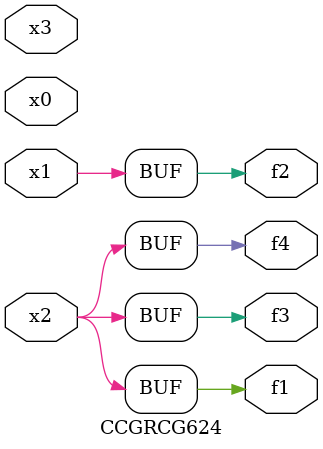
<source format=v>
module CCGRCG624(
	input x0, x1, x2, x3,
	output f1, f2, f3, f4
);
	assign f1 = x2;
	assign f2 = x1;
	assign f3 = x2;
	assign f4 = x2;
endmodule

</source>
